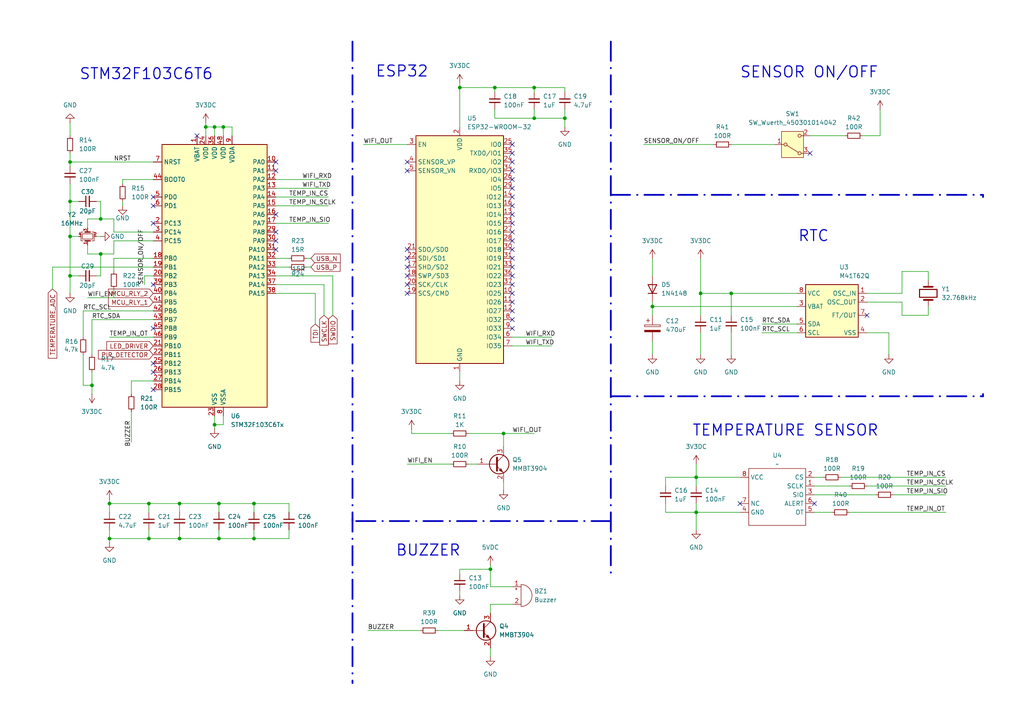
<source format=kicad_sch>
(kicad_sch (version 20250114) (generator "eeschema") (generator_version "9.0")
  (paper "A4")
  (title_block (title "Microcontroller") (date "2025-03-26") (comment 3 "Yusuf Karabocek") (comment 4 "Designed by"))
  (lib_symbols
    (symbol "Device:Buzzer" (pin_names (offset 0.0254) (hide yes))
      (property "Reference" "BZ" (at 3.81 1.27 0))
      (property "Value" "Buzzer" (at 3.81 -1.27 0))
      (symbol "Buzzer_0_1"
        (polyline (pts (xy -1.651 1.905) (xy -1.143 1.905)))
        (polyline (pts (xy -1.397 2.159) (xy -1.397 1.651)))
        (arc (start 0 3.175) (mid 3.1612 0) (end 0 -3.175))
        (polyline (pts (xy 0 3.175) (xy 0 -3.175)))
      )
      (symbol "Buzzer_1_1"
        (pin passive line (at -2.54 2.54 0) (length 2.54) (name "+") (number "1"))
        (pin passive line (at -2.54 -2.54 0) (length 2.54) (name "-") (number "2"))
      )
    )
    (symbol "Device:C_Polarized" (pin_numbers (hide yes)) (pin_names (offset 0.254))
      (property "Reference" "C" (at 0.635 2.54 0))
      (property "Value" "C_Polarized" (at 0.635 -2.54 0))
      (symbol "C_Polarized_0_1"
        (rectangle (start -2.286 0.508) (end 2.286 1.016))
        (polyline (pts (xy -1.778 2.286) (xy -0.762 2.286)))
        (polyline (pts (xy -1.27 2.794) (xy -1.27 1.778)))
        (rectangle (start 2.286 -0.508) (end -2.286 -1.016) (fill (type outline)))
      )
      (symbol "C_Polarized_1_1"
        (pin passive line (at 0 3.81 270) (length 2.794) (name "~") (number "1"))
        (pin passive line (at 0 -3.81 90) (length 2.794) (name "~") (number "2"))
      )
    )
    (symbol "Device:C_Small" (pin_numbers (hide yes)) (pin_names (offset 0.254) (hide yes))
      (property "Reference" "C" (at 0.254 1.778 0))
      (property "Value" "C_Small" (at 0.254 -2.032 0))
      (symbol "C_Small_0_1"
        (polyline (pts (xy -1.524 0.508) (xy 1.524 0.508)) (stroke (width 0.3048)))
        (polyline (pts (xy -1.524 -0.508) (xy 1.524 -0.508)) (stroke (width 0.3302)))
      )
      (symbol "C_Small_1_1"
        (pin passive line (at 0 2.54 270) (length 2.032) (name "~") (number "1"))
        (pin passive line (at 0 -2.54 90) (length 2.032) (name "~") (number "2"))
      )
    )
    (symbol "Device:Crystal" (pin_numbers (hide yes)) (pin_names (offset 1.016) (hide yes))
      (property "Reference" "Y" (at 0 3.81 0))
      (property "Value" "Crystal" (at 0 -3.81 0))
      (symbol "Crystal_0_1"
        (polyline (pts (xy -2.54 0) (xy -1.905 0)))
        (polyline (pts (xy -1.905 -1.27) (xy -1.905 1.27)) (stroke (width 0.508)))
        (rectangle (start -1.143 2.54) (end 1.143 -2.54) (stroke (width 0.3048)))
        (polyline (pts (xy 1.905 -1.27) (xy 1.905 1.27)) (stroke (width 0.508)))
        (polyline (pts (xy 2.54 0) (xy 1.905 0)))
      )
      (symbol "Crystal_1_1"
        (pin passive line (at -3.81 0 0) (length 1.27) (name "1") (number "1"))
        (pin passive line (at 3.81 0 180) (length 1.27) (name "2") (number "2"))
      )
    )
    (symbol "Device:Crystal_GND24_Small" (pin_names (offset 1.016) (hide yes))
      (property "Reference" "Y" (at 1.27 4.445 0))
      (property "Value" "Crystal_GND24_Small" (at 1.27 2.54 0))
      (symbol "Crystal_GND24_Small_0_1"
        (polyline (pts (xy -1.27 1.27) (xy -1.27 1.905) (xy 1.27 1.905) (xy 1.27 1.27)))
        (polyline (pts (xy -1.27 -0.762) (xy -1.27 0.762)) (stroke (width 0.381)))
        (polyline (pts (xy -1.27 -1.27) (xy -1.27 -1.905) (xy 1.27 -1.905) (xy 1.27 -1.27)))
        (rectangle (start -0.762 -1.524) (end 0.762 1.524))
        (polyline (pts (xy 1.27 -0.762) (xy 1.27 0.762)) (stroke (width 0.381)))
      )
      (symbol "Crystal_GND24_Small_1_1"
        (pin passive line (at -2.54 0 0) (length 1.27) (name "1") (number "1"))
        (pin passive line (at 0 2.54 270) (length 0.635) (name "4") (number "4"))
        (pin passive line (at 0 -2.54 90) (length 0.635) (name "2") (number "2"))
        (pin passive line (at 2.54 0 180) (length 1.27) (name "3") (number "3"))
      )
    )
    (symbol "Device:R_Small" (pin_numbers (hide yes)) (pin_names (offset 0.254) (hide yes))
      (property "Reference" "R" (at 0.762 0.508 0))
      (property "Value" "R_Small" (at 0.762 -1.016 0))
      (symbol "R_Small_0_1"
        (rectangle (start -0.762 1.778) (end 0.762 -1.778) (stroke (width 0.2032)))
      )
      (symbol "R_Small_1_1"
        (pin passive line (at 0 2.54 270) (length 0.762) (name "~") (number "1"))
        (pin passive line (at 0 -2.54 90) (length 0.762) (name "~") (number "2"))
      )
    )
    (symbol "Diode:1N4148" (pin_numbers (hide yes)) (pin_names (hide yes))
      (property "Reference" "D" (at 0 2.54 0))
      (property "Value" "1N4148" (at 0 -2.54 0))
      (symbol "1N4148_0_1"
        (polyline (pts (xy -1.27 1.27) (xy -1.27 -1.27)) (stroke (width 0.254)))
        (polyline (pts (xy 1.27 1.27) (xy 1.27 -1.27) (xy -1.27 0) (xy 1.27 1.27)) (stroke (width 0.254)))
        (polyline (pts (xy 1.27 0) (xy -1.27 0)))
      )
      (symbol "1N4148_1_1"
        (pin passive line (at -3.81 0 0) (length 2.54) (name "K") (number "1"))
        (pin passive line (at 3.81 0 180) (length 2.54) (name "A") (number "2"))
      )
    )
    (symbol "MCU_ST_STM32F1:STM32F103C6Tx"
      (property "Reference" "U" (at -15.24 39.37 0))
      (property "Value" "STM32F103C6Tx" (at 7.62 39.37 0))
      (symbol "STM32F103C6Tx_0_1"
        (rectangle (start -15.24 -38.1) (end 15.24 38.1) (stroke (width 0.254)) (fill (type background)))
      )
      (symbol "STM32F103C6Tx_1_1"
        (pin input line (at -17.78 33.02 0) (length 2.54) (name "NRST") (number "7"))
        (pin input line (at -17.78 27.94 0) (length 2.54) (name "BOOT0") (number "44"))
        (pin bidirectional line (at -17.78 22.86 0) (length 2.54) (name "PD0") (number "5"))
        (pin bidirectional line (at -17.78 20.32 0) (length 2.54) (name "PD1") (number "6"))
        (pin bidirectional line (at -17.78 15.24 0) (length 2.54) (name "PC13") (number "2"))
        (pin bidirectional line (at -17.78 12.7 0) (length 2.54) (name "PC14") (number "3"))
        (pin bidirectional line (at -17.78 10.16 0) (length 2.54) (name "PC15") (number "4"))
        (pin bidirectional line (at -17.78 5.08 0) (length 2.54) (name "PB0") (number "18"))
        (pin bidirectional line (at -17.78 2.54 0) (length 2.54) (name "PB1") (number "19"))
        (pin bidirectional line (at -17.78 0 0) (length 2.54) (name "PB2") (number "20"))
        (pin bidirectional line (at -17.78 -2.54 0) (length 2.54) (name "PB3") (number "39"))
        (pin bidirectional line (at -17.78 -5.08 0) (length 2.54) (name "PB4") (number "40"))
        (pin bidirectional line (at -17.78 -7.62 0) (length 2.54) (name "PB5") (number "41"))
        (pin bidirectional line (at -17.78 -10.16 0) (length 2.54) (name "PB6") (number "42"))
        (pin bidirectional line (at -17.78 -12.7 0) (length 2.54) (name "PB7") (number "43"))
        (pin bidirectional line (at -17.78 -15.24 0) (length 2.54) (name "PB8") (number "45"))
        (pin bidirectional line (at -17.78 -17.78 0) (length 2.54) (name "PB9") (number "46"))
        (pin bidirectional line (at -17.78 -20.32 0) (length 2.54) (name "PB10") (number "21"))
        (pin bidirectional line (at -17.78 -22.86 0) (length 2.54) (name "PB11") (number "22"))
        (pin bidirectional line (at -17.78 -25.4 0) (length 2.54) (name "PB12") (number "25"))
        (pin bidirectional line (at -17.78 -27.94 0) (length 2.54) (name "PB13") (number "26"))
        (pin bidirectional line (at -17.78 -30.48 0) (length 2.54) (name "PB14") (number "27"))
        (pin bidirectional line (at -17.78 -33.02 0) (length 2.54) (name "PB15") (number "28"))
        (pin power_in line (at -5.08 40.64 270) (length 2.54) (name "VBAT") (number "1"))
        (pin power_in line (at -2.54 40.64 270) (length 2.54) (name "VDD") (number "24"))
        (pin power_in line (at 0 40.64 270) (length 2.54) (name "VDD") (number "36"))
        (pin power_in line (at 0 -40.64 90) (length 2.54) (name "VSS") (number "23"))
        (pin passive line (at 0 -40.64 90) (length 2.54) (hide yes) (name "VSS") (number "35"))
        (pin passive line (at 0 -40.64 90) (length 2.54) (hide yes) (name "VSS") (number "47"))
        (pin power_in line (at 2.54 40.64 270) (length 2.54) (name "VDD") (number "48"))
        (pin power_in line (at 2.54 -40.64 90) (length 2.54) (name "VSSA") (number "8"))
        (pin power_in line (at 5.08 40.64 270) (length 2.54) (name "VDDA") (number "9"))
        (pin bidirectional line (at 17.78 33.02 180) (length 2.54) (name "PA0") (number "10"))
        (pin bidirectional line (at 17.78 30.48 180) (length 2.54) (name "PA1") (number "11"))
        (pin bidirectional line (at 17.78 27.94 180) (length 2.54) (name "PA2") (number "12"))
        (pin bidirectional line (at 17.78 25.4 180) (length 2.54) (name "PA3") (number "13"))
        (pin bidirectional line (at 17.78 22.86 180) (length 2.54) (name "PA4") (number "14"))
        (pin bidirectional line (at 17.78 20.32 180) (length 2.54) (name "PA5") (number "15"))
        (pin bidirectional line (at 17.78 17.78 180) (length 2.54) (name "PA6") (number "16"))
        (pin bidirectional line (at 17.78 15.24 180) (length 2.54) (name "PA7") (number "17"))
        (pin bidirectional line (at 17.78 12.7 180) (length 2.54) (name "PA8") (number "29"))
        (pin bidirectional line (at 17.78 10.16 180) (length 2.54) (name "PA9") (number "30"))
        (pin bidirectional line (at 17.78 7.62 180) (length 2.54) (name "PA10") (number "31"))
        (pin bidirectional line (at 17.78 5.08 180) (length 2.54) (name "PA11") (number "32"))
        (pin bidirectional line (at 17.78 2.54 180) (length 2.54) (name "PA12") (number "33"))
        (pin bidirectional line (at 17.78 0 180) (length 2.54) (name "PA13") (number "34"))
        (pin bidirectional line (at 17.78 -2.54 180) (length 2.54) (name "PA14") (number "37"))
        (pin bidirectional line (at 17.78 -5.08 180) (length 2.54) (name "PA15") (number "38"))
      )
    )
    (symbol "My_Library:MAX6662"
      (property "Reference" "U?" (at 1.524 1.778 0))
      (symbol "MAX6662_0_1"
        (rectangle (start 0 0) (end 16.51 -16.51))
      )
      (symbol "MAX6662_1_1"
        (pin passive line (at -2.54 -2.54 0) (length 2.54) (name "VCC") (number "8"))
        (pin passive line (at -2.54 -10.16 0) (length 2.54) (name "NC") (number "7"))
        (pin passive line (at -2.54 -12.7 0) (length 2.54) (name "GND") (number "4"))
        (pin passive line (at 19.05 -2.54 180) (length 2.54) (name "CS") (number "2"))
        (pin passive line (at 19.05 -5.08 180) (length 2.54) (name "SCLK") (number "1"))
        (pin passive line (at 19.05 -7.62 180) (length 2.54) (name "SIO") (number "3"))
        (pin passive line (at 19.05 -10.16 180) (length 2.54) (name "ALERT") (number "6"))
        (pin passive line (at 19.05 -12.7 180) (length 2.54) (name "OT") (number "5"))
      )
    )
    (symbol "RF_Module:ESP32-WROOM-32"
      (property "Reference" "U" (at -12.7 34.29 0))
      (property "Value" "ESP32-WROOM-32" (at 1.27 34.29 0))
      (symbol "ESP32-WROOM-32_0_1"
        (rectangle (start -12.7 33.02) (end 12.7 -33.02) (stroke (width 0.254)) (fill (type background)))
      )
      (symbol "ESP32-WROOM-32_1_1"
        (pin input line (at -15.24 30.48 0) (length 2.54) (name "EN") (number "3"))
        (pin input line (at -15.24 25.4 0) (length 2.54) (name "SENSOR_VP") (number "4"))
        (pin input line (at -15.24 22.86 0) (length 2.54) (name "SENSOR_VN") (number "5"))
        (pin bidirectional line (at -15.24 0 0) (length 2.54) (name "SDO/SD0") (number "21"))
        (pin bidirectional line (at -15.24 -2.54 0) (length 2.54) (name "SDI/SD1") (number "22"))
        (pin bidirectional line (at -15.24 -5.08 0) (length 2.54) (name "SHD/SD2") (number "17"))
        (pin bidirectional line (at -15.24 -7.62 0) (length 2.54) (name "SWP/SD3") (number "18"))
        (pin bidirectional line (at -15.24 -10.16 0) (length 2.54) (name "SCK/CLK") (number "20"))
        (pin bidirectional line (at -15.24 -12.7 0) (length 2.54) (name "SCS/CMD") (number "19"))
        (pin no_connect line (at -12.7 -27.94 0) (length 2.54) (hide yes) (name "NC") (number "32"))
        (pin power_in line (at 0 35.56 270) (length 2.54) (name "VDD") (number "2"))
        (pin power_in line (at 0 -35.56 90) (length 2.54) (name "GND") (number "1"))
        (pin passive line (at 0 -35.56 90) (length 2.54) (hide yes) (name "GND") (number "15"))
        (pin passive line (at 0 -35.56 90) (length 2.54) (hide yes) (name "GND") (number "38"))
        (pin passive line (at 0 -35.56 90) (length 2.54) (hide yes) (name "GND") (number "39"))
        (pin bidirectional line (at 15.24 30.48 180) (length 2.54) (name "IO0") (number "25"))
        (pin bidirectional line (at 15.24 27.94 180) (length 2.54) (name "TXD0/IO1") (number "35"))
        (pin bidirectional line (at 15.24 25.4 180) (length 2.54) (name "IO2") (number "24"))
        (pin bidirectional line (at 15.24 22.86 180) (length 2.54) (name "RXD0/IO3") (number "34"))
        (pin bidirectional line (at 15.24 20.32 180) (length 2.54) (name "IO4") (number "26"))
        (pin bidirectional line (at 15.24 17.78 180) (length 2.54) (name "IO5") (number "29"))
        (pin bidirectional line (at 15.24 15.24 180) (length 2.54) (name "IO12") (number "14"))
        (pin bidirectional line (at 15.24 12.7 180) (length 2.54) (name "IO13") (number "16"))
        (pin bidirectional line (at 15.24 10.16 180) (length 2.54) (name "IO14") (number "13"))
        (pin bidirectional line (at 15.24 7.62 180) (length 2.54) (name "IO15") (number "23"))
        (pin bidirectional line (at 15.24 5.08 180) (length 2.54) (name "IO16") (number "27"))
        (pin bidirectional line (at 15.24 2.54 180) (length 2.54) (name "IO17") (number "28"))
        (pin bidirectional line (at 15.24 0 180) (length 2.54) (name "IO18") (number "30"))
        (pin bidirectional line (at 15.24 -2.54 180) (length 2.54) (name "IO19") (number "31"))
        (pin bidirectional line (at 15.24 -5.08 180) (length 2.54) (name "IO21") (number "33"))
        (pin bidirectional line (at 15.24 -7.62 180) (length 2.54) (name "IO22") (number "36"))
        (pin bidirectional line (at 15.24 -10.16 180) (length 2.54) (name "IO23") (number "37"))
        (pin bidirectional line (at 15.24 -12.7 180) (length 2.54) (name "IO25") (number "10"))
        (pin bidirectional line (at 15.24 -15.24 180) (length 2.54) (name "IO26") (number "11"))
        (pin bidirectional line (at 15.24 -17.78 180) (length 2.54) (name "IO27") (number "12"))
        (pin bidirectional line (at 15.24 -20.32 180) (length 2.54) (name "IO32") (number "8"))
        (pin bidirectional line (at 15.24 -22.86 180) (length 2.54) (name "IO33") (number "9"))
        (pin input line (at 15.24 -25.4 180) (length 2.54) (name "IO34") (number "6"))
        (pin input line (at 15.24 -27.94 180) (length 2.54) (name "IO35") (number "7"))
      )
    )
    (symbol "Switch:SW_Wuerth_450301014042" (pin_names (offset 1) (hide yes))
      (property "Reference" "SW" (at 0 5.08 0))
      (property "Value" "SW_Wuerth_450301014042" (at 0 -5.08 0))
      (symbol "SW_Wuerth_450301014042_0_1"
        (circle (center -2.032 0) (radius 0.4572))
        (polyline (pts (xy -1.651 0.254) (xy 1.651 2.286)))
        (circle (center 2.032 2.54) (radius 0.4572))
        (circle (center 2.032 -2.54) (radius 0.4572))
      )
      (symbol "SW_Wuerth_450301014042_1_1"
        (rectangle (start -3.175 3.81) (end 3.175 -3.81) (fill (type background)))
        (pin passive line (at -5.08 0 0) (length 2.54) (name "B") (number "1"))
        (pin passive line (at 5.08 2.54 180) (length 2.54) (name "A") (number "3"))
        (pin passive line (at 5.08 -2.54 180) (length 2.54) (name "C") (number "2"))
      )
    )
    (symbol "Timer_RTC:M41T62Q"
      (property "Reference" "U3" (at 2.1433 12.7 0))
      (property "Value" "M41T62Q" (at 2.1433 10.16 0))
      (symbol "M41T62Q_0_1"
        (rectangle (start -7.62 7.62) (end 7.62 -7.62) (stroke (width 0.254)) (fill (type background)))
      )
      (symbol "M41T62Q_1_1"
        (pin power_in line (at -10.16 5.08 0) (length 2.54) (name "VCC") (number "8"))
        (pin power_in line (at -10.16 1.27 0) (length 2.54) (name "VBAT") (number "3"))
        (pin bidirectional line (at -10.16 -3.81 0) (length 2.54) (name "SDA") (number "5"))
        (pin input line (at -10.16 -6.35 0) (length 2.54) (name "SCL") (number "6"))
        (pin output line (at 10.16 5.08 180) (length 2.54) (name "OSC_IN") (number "1"))
        (pin output line (at 10.16 2.54 180) (length 2.54) (name "OSC_OUT") (number "2"))
        (pin power_in line (at 10.16 -1.27 180) (length 2.54) (name "FT/OUT") (number "7"))
        (pin power_in line (at 10.16 -6.35 180) (length 2.54) (name "VSS") (number "4"))
      )
    )
    (symbol "Transistor_BJT:MMBT3904" (pin_names (offset 0) (hide yes))
      (property "Reference" "Q" (at 5.08 1.905 0))
      (property "Value" "MMBT3904" (at 5.08 0 0))
      (symbol "MMBT3904_0_1"
        (polyline (pts (xy -2.54 0) (xy 0.635 0)))
        (polyline (pts (xy 0.635 1.905) (xy 0.635 -1.905)) (stroke (width 0.508)))
        (circle (center 1.27 0) (radius 2.8194) (stroke (width 0.254)))
      )
      (symbol "MMBT3904_1_1"
        (polyline (pts (xy 0.635 0.635) (xy 2.54 2.54)))
        (polyline (pts (xy 0.635 -0.635) (xy 2.54 -2.54)))
        (polyline (pts (xy 1.27 -1.778) (xy 1.778 -1.27) (xy 2.286 -2.286) (xy 1.27 -1.778)) (fill (type outline)))
        (pin input line (at -5.08 0 0) (length 2.54) (name "B") (number "1"))
        (pin passive line (at 2.54 5.08 270) (length 2.54) (name "C") (number "3"))
        (pin passive line (at 2.54 -5.08 90) (length 2.54) (name "E") (number "2"))
      )
    )
    (symbol "power:GND" (power) (pin_numbers (hide yes)) (pin_names (offset 0) (hide yes))
      (property "Value" "GND" (at 0 -3.81 0))
      (symbol "GND_0_1"
        (polyline (pts (xy 0 0) (xy 0 -1.27) (xy 1.27 -1.27) (xy 0 -2.54) (xy -1.27 -1.27) (xy 0 -1.27)))
      )
      (symbol "GND_1_1"
        (pin power_in line (at 0 0 270) (length 0) (name "~") (number "1"))
      )
    )
    (symbol "power:VCC" (power) (pin_numbers (hide yes)) (pin_names (offset 0) (hide yes))
      (property "Value" "VCC" (at 0 3.556 0))
      (symbol "VCC_0_1"
        (polyline (pts (xy -0.762 1.27) (xy 0 2.54)))
        (polyline (pts (xy 0 2.54) (xy 0.762 1.27)))
        (polyline (pts (xy 0 0) (xy 0 2.54)))
      )
      (symbol "VCC_1_1"
        (pin power_in line (at 0 0 90) (length 0) (name "~") (number "1"))
      )
    )
  )
  (text "STM32F103C6T6\n" (at 42.418 21.59 0) (effects (font (size 3.175 3.175) (thickness 0.3175))))
  (text "SENSOR ON/OFF\n" (at 234.696 21.082 0) (effects (font (size 3.175 3.175) (thickness 0.3175))))
  (text "ESP32\n" (at 116.586 20.828 0) (effects (font (size 3.175 3.175) (thickness 0.3175))))
  (text "BUZZER" (at 124.206 159.766 0) (effects (font (size 3.175 3.175) (thickness 0.3175))))
  (text "TEMPERATURE SENSOR\n" (at 227.838 124.968 0) (effects (font (size 3.175 3.175) (thickness 0.3175))))
  (text "RTC\n" (at 235.966 68.58 0) (effects (font (size 3.175 3.175) (thickness 0.3175))))
  (junction (at 31.75 156.21))
  (junction (at 62.23 36.83))
  (junction (at 163.83 34.29))
  (junction (at 43.18 146.05))
  (junction (at 31.75 146.05))
  (junction (at 43.18 156.21))
  (junction (at 201.93 148.59))
  (junction (at 20.32 68.58))
  (junction (at 201.93 138.43))
  (junction (at 154.94 34.29))
  (junction (at 20.32 46.99))
  (junction (at 154.94 25.4))
  (junction (at 73.66 156.21))
  (junction (at 20.32 80.01))
  (junction (at 52.07 146.05))
  (junction (at 59.69 36.83))
  (junction (at 133.35 25.4))
  (junction (at 63.5 146.05))
  (junction (at 62.23 123.19))
  (junction (at 29.21 63.5))
  (junction (at 52.07 156.21))
  (junction (at 73.66 146.05))
  (junction (at 146.05 125.73))
  (junction (at 29.21 73.66))
  (junction (at 142.24 165.1))
  (junction (at 203.2 85.09))
  (junction (at 143.51 25.4))
  (junction (at 20.32 58.42))
  (junction (at 26.67 111.76))
  (junction (at 63.5 156.21))
  (junction (at 212.09 85.09))
  (junction (at 64.77 36.83))
  (junction (at 189.23 88.9))
  (no_connect (at 148.59 41.91))
  (no_connect (at 148.59 77.47))
  (no_connect (at 80.01 69.85))
  (no_connect (at 148.59 46.99))
  (no_connect (at 44.45 59.69))
  (no_connect (at 80.01 46.99))
  (no_connect (at 148.59 82.55))
  (no_connect (at 44.45 64.77))
  (no_connect (at 148.59 54.61))
  (no_connect (at 236.22 146.05))
  (no_connect (at 118.11 77.47))
  (no_connect (at 148.59 85.09))
  (no_connect (at 148.59 87.63))
  (no_connect (at 44.45 113.03))
  (no_connect (at 251.46 91.44))
  (no_connect (at 80.01 67.31))
  (no_connect (at 44.45 82.55))
  (no_connect (at 148.59 69.85))
  (no_connect (at 44.45 107.95))
  (no_connect (at 148.59 44.45))
  (no_connect (at 118.11 74.93))
  (no_connect (at 118.11 49.53))
  (no_connect (at 234.95 44.45))
  (no_connect (at 148.59 67.31))
  (no_connect (at 118.11 72.39))
  (no_connect (at 80.01 72.39))
  (no_connect (at 148.59 62.23))
  (no_connect (at 118.11 85.09))
  (no_connect (at 44.45 95.25))
  (no_connect (at 148.59 95.25))
  (no_connect (at 148.59 92.71))
  (no_connect (at 118.11 82.55))
  (no_connect (at 148.59 90.17))
  (no_connect (at 57.15 39.37))
  (no_connect (at 44.45 105.41))
  (no_connect (at 214.63 146.05))
  (no_connect (at 44.45 57.15))
  (no_connect (at 148.59 57.15))
  (no_connect (at 80.01 49.53))
  (no_connect (at 148.59 74.93))
  (no_connect (at 148.59 59.69))
  (no_connect (at 148.59 52.07))
  (no_connect (at 148.59 80.01))
  (no_connect (at 118.11 46.99))
  (no_connect (at 148.59 49.53))
  (no_connect (at 80.01 62.23))
  (no_connect (at 118.11 80.01))
  (no_connect (at 148.59 72.39))
  (no_connect (at 148.59 64.77))
  (wire (pts (xy 127 182.88) (xy 134.62 182.88)))
  (wire (pts (xy 33.02 73.66) (xy 29.21 73.66)))
  (wire (pts (xy 189.23 99.06) (xy 189.23 102.87)))
  (wire (pts (xy 24.13 90.17) (xy 44.45 90.17)))
  (wire (pts (xy 64.77 36.83) (xy 62.23 36.83)))
  (wire (pts (xy 119.38 125.73) (xy 119.38 124.46)))
  (wire (pts (xy 220.98 96.52) (xy 231.14 96.52)))
  (wire (pts (xy 80.01 54.61) (xy 95.25 54.61)))
  (wire (pts (xy 20.32 58.42) (xy 20.32 68.58)))
  (wire (pts (xy 44.45 80.01) (xy 41.91 80.01)))
  (wire (pts (xy 121.92 182.88) (xy 106.68 182.88)))
  (wire (pts (xy 22.86 68.58) (xy 20.32 68.58)))
  (wire (pts (xy 62.23 123.19) (xy 62.23 124.46)))
  (wire (pts (xy 38.1 119.38) (xy 38.1 128.27)))
  (wire (pts (xy 90.17 77.47) (xy 88.9 77.47)))
  (wire (pts (xy 203.2 74.93) (xy 203.2 85.09)))
  (wire (pts (xy 80.01 57.15) (xy 95.25 57.15)))
  (wire (pts (xy 25.4 86.36) (xy 33.02 86.36)))
  (wire (pts (xy 201.93 138.43) (xy 201.93 140.97)))
  (wire (pts (xy 135.89 125.73) (xy 146.05 125.73)))
  (wire (pts (xy 148.59 97.79) (xy 160.02 97.79)))
  (wire (pts (xy 236.22 138.43) (xy 238.76 138.43)))
  (wire (pts (xy 24.13 97.79) (xy 24.13 90.17)))
  (wire (pts (xy 212.09 85.09) (xy 231.14 85.09)))
  (wire (pts (xy 29.21 68.58) (xy 27.94 68.58)))
  (wire (pts (xy 259.08 143.51) (xy 274.32 143.51)))
  (wire (pts (xy 105.41 41.91) (xy 118.11 41.91)))
  (wire (pts (xy 163.83 26.67) (xy 163.83 25.4)))
  (polyline (pts (xy 102.235 12.065) (xy 102.235 198.12)) (stroke (width 0.508) (type dash_dot)))
  (wire (pts (xy 269.24 91.44) (xy 261.62 91.44)))
  (wire (pts (xy 154.94 26.67) (xy 154.94 25.4)))
  (wire (pts (xy 35.56 52.07) (xy 35.56 53.34)))
  (wire (pts (xy 80.01 74.93) (xy 83.82 74.93)))
  (wire (pts (xy 243.84 138.43) (xy 274.32 138.43)))
  (wire (pts (xy 146.05 125.73) (xy 146.05 129.54)))
  (wire (pts (xy 163.83 34.29) (xy 163.83 31.75)))
  (wire (pts (xy 255.27 31.75) (xy 255.27 39.37)))
  (wire (pts (xy 33.02 83.82) (xy 33.02 86.36)))
  (wire (pts (xy 20.32 68.58) (xy 20.32 80.01)))
  (wire (pts (xy 146.05 142.24) (xy 146.05 139.7)))
  (wire (pts (xy 146.05 125.73) (xy 154.94 125.73)))
  (wire (pts (xy 29.21 58.42) (xy 29.21 63.5)))
  (wire (pts (xy 52.07 148.59) (xy 52.07 146.05)))
  (wire (pts (xy 189.23 87.63) (xy 189.23 88.9)))
  (wire (pts (xy 135.89 134.62) (xy 138.43 134.62)))
  (wire (pts (xy 43.18 148.59) (xy 43.18 146.05)))
  (wire (pts (xy 44.45 69.85) (xy 33.02 69.85)))
  (wire (pts (xy 133.35 172.72) (xy 133.35 171.45)))
  (wire (pts (xy 31.75 153.67) (xy 31.75 156.21)))
  (wire (pts (xy 63.5 153.67) (xy 63.5 156.21)))
  (wire (pts (xy 25.4 63.5) (xy 25.4 66.04)))
  (wire (pts (xy 52.07 153.67) (xy 52.07 156.21)))
  (wire (pts (xy 73.66 146.05) (xy 63.5 146.05)))
  (wire (pts (xy 43.18 156.21) (xy 31.75 156.21)))
  (wire (pts (xy 52.07 156.21) (xy 43.18 156.21)))
  (wire (pts (xy 234.95 39.37) (xy 245.11 39.37)))
  (wire (pts (xy 26.67 111.76) (xy 26.67 114.3)))
  (wire (pts (xy 269.24 78.74) (xy 269.24 81.28)))
  (wire (pts (xy 220.98 93.98) (xy 231.14 93.98)))
  (wire (pts (xy 118.11 134.62) (xy 130.81 134.62)))
  (wire (pts (xy 35.56 59.69) (xy 35.56 58.42)))
  (polyline (pts (xy 102.235 151.13) (xy 102.235 150.495)) (stroke (width 0.508) (type dash_dot)))
  (wire (pts (xy 43.18 153.67) (xy 43.18 156.21)))
  (wire (pts (xy 133.35 166.37) (xy 133.35 165.1)))
  (wire (pts (xy 73.66 156.21) (xy 63.5 156.21)))
  (wire (pts (xy 261.62 87.63) (xy 251.46 87.63)))
  (wire (pts (xy 22.86 80.01) (xy 20.32 80.01)))
  (wire (pts (xy 64.77 120.65) (xy 64.77 123.19)))
  (wire (pts (xy 26.67 107.95) (xy 26.67 111.76)))
  (wire (pts (xy 80.01 85.09) (xy 91.44 85.09)))
  (wire (pts (xy 64.77 39.37) (xy 64.77 36.83)))
  (wire (pts (xy 148.59 170.18) (xy 142.24 170.18)))
  (wire (pts (xy 83.82 153.67) (xy 83.82 156.21)))
  (wire (pts (xy 255.27 39.37) (xy 250.19 39.37)))
  (wire (pts (xy 186.69 41.91) (xy 207.01 41.91)))
  (wire (pts (xy 212.09 85.09) (xy 212.09 91.44)))
  (wire (pts (xy 163.83 25.4) (xy 154.94 25.4)))
  (wire (pts (xy 44.45 46.99) (xy 20.32 46.99)))
  (wire (pts (xy 261.62 91.44) (xy 261.62 87.63)))
  (wire (pts (xy 261.62 78.74) (xy 269.24 78.74)))
  (wire (pts (xy 62.23 120.65) (xy 62.23 123.19)))
  (wire (pts (xy 22.86 58.42) (xy 20.32 58.42)))
  (wire (pts (xy 63.5 148.59) (xy 63.5 146.05)))
  (wire (pts (xy 15.24 83.82) (xy 15.24 77.47)))
  (wire (pts (xy 193.04 146.05) (xy 193.04 148.59)))
  (wire (pts (xy 83.82 146.05) (xy 73.66 146.05)))
  (wire (pts (xy 29.21 63.5) (xy 25.4 63.5)))
  (wire (pts (xy 29.21 73.66) (xy 25.4 73.66)))
  (wire (pts (xy 20.32 53.34) (xy 20.32 58.42)))
  (wire (pts (xy 201.93 134.62) (xy 201.93 138.43)))
  (wire (pts (xy 236.22 143.51) (xy 254 143.51)))
  (wire (pts (xy 203.2 102.87) (xy 203.2 96.52)))
  (wire (pts (xy 26.67 92.71) (xy 44.45 92.71)))
  (wire (pts (xy 24.13 102.87) (xy 24.13 111.76)))
  (wire (pts (xy 73.66 153.67) (xy 73.66 156.21)))
  (wire (pts (xy 31.75 146.05) (xy 31.75 148.59)))
  (polyline (pts (xy 177.165 151.13) (xy 102.235 151.13)) (stroke (width 0.508) (type dash_dot)))
  (wire (pts (xy 93.98 82.55) (xy 93.98 91.44)))
  (wire (pts (xy 38.1 110.49) (xy 38.1 114.3)))
  (wire (pts (xy 64.77 123.19) (xy 62.23 123.19)))
  (wire (pts (xy 201.93 138.43) (xy 214.63 138.43)))
  (wire (pts (xy 83.82 148.59) (xy 83.82 146.05)))
  (polyline (pts (xy 285.115 114.3) (xy 285.115 114.935)) (stroke (width 0.508) (type dash_dot)))
  (wire (pts (xy 212.09 41.91) (xy 224.79 41.91)))
  (wire (pts (xy 80.01 59.69) (xy 95.25 59.69)))
  (wire (pts (xy 63.5 156.21) (xy 52.07 156.21)))
  (wire (pts (xy 44.45 74.93) (xy 33.02 74.93)))
  (wire (pts (xy 148.59 175.26) (xy 142.24 175.26)))
  (wire (pts (xy 212.09 96.52) (xy 212.09 102.87)))
  (wire (pts (xy 35.56 52.07) (xy 44.45 52.07)))
  (wire (pts (xy 90.17 74.93) (xy 88.9 74.93)))
  (wire (pts (xy 44.45 67.31) (xy 33.02 67.31)))
  (wire (pts (xy 96.52 80.01) (xy 96.52 91.44)))
  (polyline (pts (xy 177.165 114.935) (xy 285.115 114.935)) (stroke (width 0.508) (type dash_dot)))
  (wire (pts (xy 251.46 96.52) (xy 257.81 96.52)))
  (wire (pts (xy 142.24 187.96) (xy 142.24 190.5)))
  (wire (pts (xy 142.24 165.1) (xy 142.24 170.18)))
  (wire (pts (xy 251.46 140.97) (xy 274.32 140.97)))
  (wire (pts (xy 31.75 156.21) (xy 31.75 157.48)))
  (wire (pts (xy 80.01 77.47) (xy 83.82 77.47)))
  (wire (pts (xy 246.38 148.59) (xy 274.32 148.59)))
  (wire (pts (xy 29.21 80.01) (xy 29.21 73.66)))
  (wire (pts (xy 20.32 80.01) (xy 20.32 85.09)))
  (wire (pts (xy 91.44 85.09) (xy 91.44 93.98)))
  (wire (pts (xy 80.01 82.55) (xy 93.98 82.55)))
  (wire (pts (xy 189.23 74.93) (xy 189.23 80.01)))
  (wire (pts (xy 33.02 63.5) (xy 29.21 63.5)))
  (wire (pts (xy 52.07 146.05) (xy 43.18 146.05)))
  (wire (pts (xy 80.01 80.01) (xy 96.52 80.01)))
  (wire (pts (xy 193.04 138.43) (xy 201.93 138.43)))
  (wire (pts (xy 83.82 156.21) (xy 73.66 156.21)))
  (wire (pts (xy 257.81 96.52) (xy 257.81 102.87)))
  (wire (pts (xy 193.04 148.59) (xy 201.93 148.59)))
  (polyline (pts (xy 177.165 56.515) (xy 285.115 56.515)) (stroke (width 0.508) (type dash_dot)))
  (wire (pts (xy 201.93 148.59) (xy 201.93 153.67)))
  (wire (pts (xy 59.69 36.83) (xy 59.69 39.37)))
  (wire (pts (xy 41.91 80.01) (xy 41.91 82.55)))
  (wire (pts (xy 154.94 31.75) (xy 154.94 34.29)))
  (wire (pts (xy 80.01 52.07) (xy 95.25 52.07)))
  (wire (pts (xy 33.02 67.31) (xy 33.02 63.5)))
  (wire (pts (xy 119.38 125.73) (xy 130.81 125.73)))
  (wire (pts (xy 251.46 85.09) (xy 261.62 85.09)))
  (wire (pts (xy 189.23 88.9) (xy 189.23 91.44)))
  (wire (pts (xy 133.35 25.4) (xy 133.35 36.83)))
  (wire (pts (xy 24.13 111.76) (xy 26.67 111.76)))
  (wire (pts (xy 44.45 110.49) (xy 38.1 110.49)))
  (wire (pts (xy 31.75 144.78) (xy 31.75 146.05)))
  (wire (pts (xy 236.22 148.59) (xy 241.3 148.59)))
  (wire (pts (xy 80.01 64.77) (xy 95.25 64.77)))
  (wire (pts (xy 261.62 85.09) (xy 261.62 78.74)))
  (wire (pts (xy 27.94 80.01) (xy 29.21 80.01)))
  (wire (pts (xy 25.4 73.66) (xy 25.4 71.12)))
  (wire (pts (xy 142.24 175.26) (xy 142.24 177.8)))
  (polyline (pts (xy 285.115 56.515) (xy 285.115 57.15)) (stroke (width 0.508) (type dash_dot)))
  (wire (pts (xy 143.51 25.4) (xy 133.35 25.4)))
  (wire (pts (xy 214.63 148.59) (xy 201.93 148.59)))
  (wire (pts (xy 31.75 97.79) (xy 44.45 97.79)))
  (polyline (pts (xy 177.165 12.065) (xy 177.165 166.37)) (stroke (width 0.508) (type dash_dot)))
  (wire (pts (xy 193.04 140.97) (xy 193.04 138.43)))
  (wire (pts (xy 154.94 34.29) (xy 163.83 34.29)))
  (wire (pts (xy 133.35 24.13) (xy 133.35 25.4)))
  (wire (pts (xy 189.23 88.9) (xy 231.14 88.9)))
  (wire (pts (xy 73.66 148.59) (xy 73.66 146.05)))
  (wire (pts (xy 143.51 31.75) (xy 143.51 34.29)))
  (wire (pts (xy 236.22 140.97) (xy 246.38 140.97)))
  (wire (pts (xy 163.83 36.83) (xy 163.83 34.29)))
  (wire (pts (xy 143.51 34.29) (xy 154.94 34.29)))
  (wire (pts (xy 20.32 46.99) (xy 20.32 48.26)))
  (wire (pts (xy 59.69 35.56) (xy 59.69 36.83)))
  (wire (pts (xy 62.23 39.37) (xy 62.23 36.83)))
  (wire (pts (xy 20.32 44.45) (xy 20.32 46.99)))
  (wire (pts (xy 15.24 77.47) (xy 44.45 77.47)))
  (wire (pts (xy 133.35 165.1) (xy 142.24 165.1)))
  (wire (pts (xy 133.35 110.49) (xy 133.35 107.95)))
  (wire (pts (xy 142.24 163.83) (xy 142.24 165.1)))
  (wire (pts (xy 143.51 26.67) (xy 143.51 25.4)))
  (wire (pts (xy 212.09 85.09) (xy 203.2 85.09)))
  (wire (pts (xy 67.31 39.37) (xy 67.31 36.83)))
  (wire (pts (xy 26.67 102.87) (xy 26.67 92.71)))
  (wire (pts (xy 201.93 146.05) (xy 201.93 148.59)))
  (wire (pts (xy 67.31 36.83) (xy 64.77 36.83)))
  (wire (pts (xy 62.23 36.83) (xy 59.69 36.83)))
  (wire (pts (xy 148.59 100.33) (xy 160.02 100.33)))
  (wire (pts (xy 33.02 69.85) (xy 33.02 73.66)))
  (wire (pts (xy 43.18 146.05) (xy 31.75 146.05)))
  (wire (pts (xy 63.5 146.05) (xy 52.07 146.05)))
  (wire (pts (xy 203.2 85.09) (xy 203.2 91.44)))
  (wire (pts (xy 269.24 88.9) (xy 269.24 91.44)))
  (wire (pts (xy 154.94 25.4) (xy 143.51 25.4)))
  (wire (pts (xy 27.94 58.42) (xy 29.21 58.42)))
  (wire (pts (xy 33.02 74.93) (xy 33.02 78.74)))
  (wire (pts (xy 20.32 35.56) (xy 20.32 39.37)))
  (label "WIFI_EN" (at 118.11 134.62 0))
  (label "RTC_SCL" (at 24.13 90.17 0))
  (label "RTC_SDA" (at 220.98 93.98 0))
  (label "BUZZER" (at 106.68 182.88 0))
  (label "TEMP_IN_OT" (at 262.89 148.59 0))
  (label "WIFI_TXD" (at 87.63 54.61 0))
  (label "TEMP_IN_CS" (at 83.82 57.15 0))
  (label "RTC_SCL" (at 220.98 96.52 0))
  (label "TEMP_IN_SCLK" (at 83.82 59.69 0))
  (label "TEMP_IN_CS" (at 262.89 138.43 0))
  (label "WIFI_RXD" (at 152.4 97.79 0))
  (label "RTC_SDA" (at 26.67 92.71 0))
  (label "WIFI_OUT" (at 105.41 41.91 0))
  (label "TEMP_IN_SCLK" (at 262.89 140.97 0))
  (label "WIFI_OUT" (at 148.59 125.73 0))
  (label "NRST" (at 33.02 46.99 0))
  (label "TEMP_IN_SIO" (at 262.89 143.51 0))
  (label "SENSOR_ON{slash}OFF" (at 41.91 82.55 90))
  (label "BUZZER" (at 38.1 121.92 270))
  (label "WIFI_TXD" (at 152.4 100.33 0))
  (label "TEMP_IN_SIO" (at 83.82 64.77 0))
  (label "TEMP_IN_OT" (at 31.75 97.79 0))
  (label "WIFI_RXD" (at 87.63 52.07 0))
  (label "SENSOR_ON{slash}OFF" (at 186.69 41.91 0))
  (label "WIFI_EN" (at 25.4 86.36 0))
  (global_label "TDI" (shape input) (at 91.44 93.98 270) (property "Intersheetrefs" "${INTERSHEET_REFS}" (effects (hide yes))))
  (global_label "LED_DRIVER" (shape input) (at 44.45 100.33 180) (property "Intersheetrefs" "${INTERSHEET_REFS}" (effects (hide yes))))
  (global_label "PIR_DETECTOR" (shape input) (at 44.45 102.87 180) (property "Intersheetrefs" "${INTERSHEET_REFS}" (effects (hide yes))))
  (global_label "SWCLK" (shape input) (at 93.98 91.44 270) (property "Intersheetrefs" "${INTERSHEET_REFS}" (effects (hide yes))))
  (global_label "SWDIO" (shape input) (at 96.52 91.44 270) (property "Intersheetrefs" "${INTERSHEET_REFS}" (effects (hide yes))))
  (global_label "TEMPERATURE_ADC" (shape input) (at 15.24 83.82 270) (property "Intersheetrefs" "${INTERSHEET_REFS}" (effects (hide yes))))
  (global_label "MCU_RLY_2" (shape input) (at 44.45 85.09 180) (property "Intersheetrefs" "${INTERSHEET_REFS}" (effects (hide yes))))
  (global_label "USB_P" (shape input) (at 90.17 77.47 0) (property "Intersheetrefs" "${INTERSHEET_REFS}" (effects (hide yes))))
  (global_label "MCU_RLY_1" (shape input) (at 44.45 87.63 180) (property "Intersheetrefs" "${INTERSHEET_REFS}" (effects (hide yes))))
  (global_label "USB_N" (shape input) (at 90.17 74.93 0) (property "Intersheetrefs" "${INTERSHEET_REFS}" (effects (hide yes))))
  (symbol (lib_id "power:GND") (at 133.35 110.49 0) (unit 1)
    (property "Reference" "#PWR040" (effects (hide yes)))
    (property "Value" "GND" (at 133.35 115.57 0))
    (property "Description" "Power symbol creates a global label with name \"GND\" , ground" (effects (hide yes)))
  )
  (symbol (lib_id "power:GND") (at 133.35 172.72 0) (unit 1)
    (property "Reference" "#PWR034" (effects (hide yes)))
    (property "Value" "GND" (at 133.35 177.8 0))
    (property "Description" "Power symbol creates a global label with name \"GND\" , ground" (effects (hide yes)))
  )
  (symbol (lib_id "Device:R_Small") (at 86.36 74.93 90) (unit 1)
    (property "Reference" "R23" (at 86.36 69.85 90))
    (property "Value" "15R" (at 86.36 72.39 90))
    (property "Footprint" "Resistor_SMD:R_0603_1608Metric" (effects (hide yes)))
    (property "Description" "Resistor, small symbol" (effects (hide yes)))
  )
  (symbol (lib_id "power:GND") (at 203.2 102.87 0) (unit 1)
    (property "Reference" "#PWR030" (effects (hide yes)))
    (property "Value" "GND" (at 203.2 107.95 0))
    (property "Description" "Power symbol creates a global label with name \"GND\" , ground" (effects (hide yes)))
  )
  (symbol (lib_id "Device:C_Small") (at 193.04 143.51 0) (unit 1)
    (property "Reference" "C16" (at 195.58 142.2462 0) (effects (justify left)))
    (property "Value" "1uF" (at 195.58 144.7862 0) (effects (justify left)))
    (property "Footprint" "Capacitor_SMD:C_0805_2012Metric" (effects (hide yes)))
    (property "Description" "Unpolarized capacitor, small symbol" (effects (hide yes)))
  )
  (symbol (lib_id "Timer_RTC:M41T62Q") (at 241.3 90.17 0) (unit 1)
    (property "Reference" "U3" (at 243.4433 77.47 0) (effects (justify left)))
    (property "Value" "M41T62Q" (at 243.4433 80.01 0) (effects (justify left)))
    (property "Footprint" "Package_SO:SO-8_3.9x4.9mm_P1.27mm" (effects (hide yes)))
    (property "Datasheet" "http://www.st.com/resource/en/datasheet/m41t62.pdf" (effects (hide yes)))
    (property "Description" "Low-power I2C RTC with alarm interrupt QFN" (effects (hide yes)))
  )
  (symbol (lib_id "power:GND") (at 257.81 102.87 0) (unit 1)
    (property "Reference" "#PWR031" (effects (hide yes)))
    (property "Value" "GND" (at 257.81 107.95 0))
    (property "Description" "Power symbol creates a global label with name \"GND\" , ground" (effects (hide yes)))
  )
  (symbol (lib_id "Device:C_Small") (at 43.18 151.13 0) (unit 1)
    (property "Reference" "C21" (at 45.72 149.8662 0) (effects (justify left)))
    (property "Value" "1uF" (at 45.72 152.4062 0) (effects (justify left)))
    (property "Footprint" "Capacitor_SMD:C_0805_2012Metric" (effects (hide yes)))
    (property "Description" "Unpolarized capacitor, small symbol" (effects (hide yes)))
  )
  (symbol (lib_id "power:VCC") (at 133.35 24.13 0) (unit 1)
    (property "Reference" "#PWR038" (effects (hide yes)))
    (property "Value" "3V3DC" (at 133.35 19.05 0))
    (property "Description" "Power symbol creates a global label with name \"VCC\"" (effects (hide yes)))
  )
  (symbol (lib_id "Device:C_Small") (at 25.4 58.42 90) (unit 1)
    (property "Reference" "C30" (at 25.4 55.626 90))
    (property "Value" "20pF" (at 25.4 61.214 90))
    (property "Footprint" "Capacitor_SMD:C_0603_1608Metric" (effects (hide yes)))
    (property "Description" "Unpolarized capacitor, small symbol" (effects (hide yes)))
  )
  (symbol (lib_id "Device:C_Small") (at 143.51 29.21 0) (unit 1)
    (property "Reference" "C18" (at 146.05 27.9462 0) (effects (justify left)))
    (property "Value" "100nF" (at 146.05 30.4862 0) (effects (justify left)))
    (property "Footprint" "Capacitor_SMD:C_0603_1608Metric" (effects (hide yes)))
    (property "Description" "Unpolarized capacitor, small symbol" (effects (hide yes)))
  )
  (symbol (lib_id "Device:Buzzer") (at 151.13 172.72 0) (unit 1)
    (property "Reference" "BZ1" (at 154.94 171.4499 0) (effects (justify left)))
    (property "Value" "Buzzer" (at 154.94 173.9899 0) (effects (justify left)))
    (property "Footprint" "Buzzer_Beeper:MagneticBuzzer_ProSignal_ABT-410-RC" (effects (hide yes)))
    (property "Description" "Buzzer, polarized" (effects (hide yes)))
  )
  (symbol (lib_id "RF_Module:ESP32-WROOM-32") (at 133.35 72.39 0) (unit 1)
    (property "Reference" "U5" (at 135.4933 34.29 0) (effects (justify left)))
    (property "Value" "ESP32-WROOM-32" (at 135.4933 36.83 0) (effects (justify left)))
    (property "Footprint" "RF_Module:ESP32-WROOM-32" (effects (hide yes)))
    (property "Datasheet" "https://www.espressif.com/sites/default/files/documentation/esp32-wroom-32_datasheet_en.pdf" (effects (hide yes)))
    (property "Description" "RF Module, ESP32-D0WDQ6 SoC, Wi-Fi 802.11b/g/n, Bluetooth, BLE, 32-bit, 2.7-3.6V, onboard antenna, SMD" (effects (hide yes)))
  )
  (symbol (lib_id "Device:R_Small") (at 35.56 55.88 180) (unit 1)
    (property "Reference" "R15" (at 38.1 54.6099 0) (effects (justify right)))
    (property "Value" "100R" (at 38.1 57.1499 0) (effects (justify right)))
    (property "Footprint" "Resistor_SMD:R_0603_1608Metric" (effects (hide yes)))
    (property "Description" "Resistor, small symbol" (effects (hide yes)))
  )
  (symbol (lib_id "Transistor_BJT:MMBT3904") (at 143.51 134.62 0) (unit 1)
    (property "Reference" "Q5" (at 148.59 133.3499 0) (effects (justify left)))
    (property "Value" "MMBT3904" (at 148.59 135.8899 0) (effects (justify left)))
    (property "Footprint" "Package_TO_SOT_SMD:SOT-23" (effects (hide yes)))
    (property "Datasheet" "https://www.onsemi.com/pdf/datasheet/pzt3904-d.pdf" (effects (hide yes)))
    (property "Description" "0.2A Ic, 40V Vce, Small Signal NPN Transistor, SOT-23" (effects (hide yes)))
  )
  (symbol (lib_id "Device:C_Small") (at 154.94 29.21 0) (unit 1)
    (property "Reference" "C17" (at 157.48 27.9462 0) (effects (justify left)))
    (property "Value" "1uF" (at 157.48 30.4862 0) (effects (justify left)))
    (property "Footprint" "Capacitor_SMD:C_0805_2012Metric" (effects (hide yes)))
    (property "Description" "Unpolarized capacitor, small symbol" (effects (hide yes)))
  )
  (symbol (lib_id "Switch:SW_Wuerth_450301014042") (at 229.87 41.91 0) (mirror x) (unit 1)
    (property "Reference" "SW1" (at 229.87 33.02 0))
    (property "Value" "SW_Wuerth_450301014042" (at 229.87 35.56 0))
    (property "Footprint" "Button_Switch_SMD:SW_SPDT_PCM12" (effects (hide yes)))
    (property "Datasheet" "https://www.we-online.com/components/products/datasheet/450301014042.pdf" (effects (hide yes)))
    (property "Description" "Switch slide, single pole double throw" (effects (hide yes)))
  )
  (symbol (lib_id "Device:R_Small") (at 20.32 41.91 180) (unit 1)
    (property "Reference" "R14" (at 22.86 40.6399 0) (effects (justify right)))
    (property "Value" "100R" (at 22.86 43.1799 0) (effects (justify right)))
    (property "Footprint" "Resistor_SMD:R_0603_1608Metric" (effects (hide yes)))
    (property "Description" "Resistor, small symbol" (effects (hide yes)))
  )
  (symbol (lib_id "MCU_ST_STM32F1:STM32F103C6Tx") (at 62.23 80.01 0) (unit 1)
    (property "Reference" "U6" (at 66.9133 120.65 0) (effects (justify left)))
    (property "Value" "STM32F103C6Tx" (at 66.9133 123.19 0) (effects (justify left)))
    (property "Footprint" "Package_QFP:LQFP-48_7x7mm_P0.5mm" (effects (hide yes)))
    (property "Datasheet" "https://www.st.com/resource/en/datasheet/stm32f103c6.pdf" (effects (hide yes)))
    (property "Description" "STMicroelectronics Arm Cortex-M3 MCU, 32KB flash, 10KB RAM, 72 MHz, 2.0-3.6V, 37 GPIO, LQFP48" (effects (hide yes)))
  )
  (symbol (lib_id "power:VCC") (at 201.93 134.62 0) (unit 1)
    (property "Reference" "#PWR035" (effects (hide yes)))
    (property "Value" "3V3DC" (at 201.93 129.54 0))
    (property "Description" "Power symbol creates a global label with name \"VCC\"" (effects (hide yes)))
  )
  (symbol (lib_id "Device:R_Small") (at 124.46 182.88 270) (unit 1)
    (property "Reference" "R39" (at 124.46 177.8 90))
    (property "Value" "100R" (at 124.46 180.34 90))
    (property "Footprint" "Resistor_SMD:R_0603_1608Metric" (effects (hide yes)))
    (property "Description" "Resistor, small symbol" (effects (hide yes)))
  )
  (symbol (lib_id "power:GND") (at 212.09 102.87 0) (unit 1)
    (property "Reference" "#PWR037" (effects (hide yes)))
    (property "Value" "GND" (at 212.09 107.95 0))
    (property "Description" "Power symbol creates a global label with name \"GND\" , ground" (effects (hide yes)))
  )
  (symbol (lib_id "power:VCC") (at 189.23 74.93 0) (unit 1)
    (property "Reference" "#PWR028" (effects (hide yes)))
    (property "Value" "3V3DC" (at 189.23 69.85 0))
    (property "Description" "Power symbol creates a global label with name \"VCC\"" (effects (hide yes)))
  )
  (symbol (lib_id "power:VCC") (at 31.75 144.78 0) (unit 1)
    (property "Reference" "#PWR046" (effects (hide yes)))
    (property "Value" "3V3DC" (at 31.75 139.7 0))
    (property "Description" "Power symbol creates a global label with name \"VCC\"" (effects (hide yes)))
  )
  (symbol (lib_id "Device:C_Small") (at 212.09 93.98 0) (unit 1)
    (property "Reference" "C15" (at 214.63 92.7162 0) (effects (justify left)))
    (property "Value" "100nF" (at 214.63 95.2562 0) (effects (justify left)))
    (property "Footprint" "Capacitor_SMD:C_0603_1608Metric" (effects (hide yes)))
    (property "Description" "Unpolarized capacitor, small symbol" (effects (hide yes)))
  )
  (symbol (lib_id "Device:C_Small") (at 83.82 151.13 0) (unit 1)
    (property "Reference" "C26" (at 86.36 149.8662 0) (effects (justify left)))
    (property "Value" "100nF" (at 86.36 152.4062 0) (effects (justify left)))
    (property "Footprint" "Capacitor_SMD:C_0603_1608Metric" (effects (hide yes)))
    (property "Description" "Unpolarized capacitor, small symbol" (effects (hide yes)))
  )
  (symbol (lib_id "Device:R_Small") (at 241.3 138.43 270) (unit 1)
    (property "Reference" "R18" (at 241.3 133.35 90))
    (property "Value" "100R" (at 241.3 135.89 90))
    (property "Footprint" "Resistor_SMD:R_0603_1608Metric" (effects (hide yes)))
    (property "Description" "Resistor, small symbol" (effects (hide yes)))
  )
  (symbol (lib_id "Device:R_Small") (at 24.13 100.33 0) (unit 1)
    (property "Reference" "R16" (at 18.796 99.06 0) (effects (justify left)))
    (property "Value" "4.7k" (at 18.542 101.346 0) (effects (justify left)))
    (property "Footprint" "Resistor_SMD:R_0603_1608Metric" (effects (hide yes)))
    (property "Description" "Resistor, small symbol" (effects (hide yes)))
  )
  (symbol (lib_id "power:GND") (at 189.23 102.87 0) (unit 1)
    (property "Reference" "#PWR029" (effects (hide yes)))
    (property "Value" "GND" (at 189.23 107.95 0))
    (property "Description" "Power symbol creates a global label with name \"GND\" , ground" (effects (hide yes)))
  )
  (symbol (lib_id "power:GND") (at 20.32 85.09 0) (unit 1)
    (property "Reference" "#PWR049" (effects (hide yes)))
    (property "Value" "GND" (at 20.32 90.17 0))
    (property "Description" "Power symbol creates a global label with name \"GND\" , ground" (effects (hide yes)))
  )
  (symbol (lib_id "power:GND") (at 29.21 68.58 90) (unit 1)
    (property "Reference" "#PWR050" (effects (hide yes)))
    (property "Value" "GND" (at 32.004 68.58 90) (effects (justify right)))
    (property "Description" "Power symbol creates a global label with name \"GND\" , ground" (effects (hide yes)))
  )
  (symbol (lib_id "Device:C_Small") (at 203.2 93.98 0) (unit 1)
    (property "Reference" "C11" (at 205.74 92.7162 0) (effects (justify left)))
    (property "Value" "1uF" (at 205.74 95.2562 0) (effects (justify left)))
    (property "Footprint" "Capacitor_SMD:C_0805_2012Metric" (effects (hide yes)))
    (property "Description" "Unpolarized capacitor, small symbol" (effects (hide yes)))
  )
  (symbol (lib_id "power:GND") (at 20.32 35.56 180) (unit 1)
    (property "Reference" "#PWR052" (effects (hide yes)))
    (property "Value" "GND" (at 20.32 30.48 0))
    (property "Description" "Power symbol creates a global label with name \"GND\" , ground" (effects (hide yes)))
  )
  (symbol (lib_id "Device:C_Small") (at 73.66 151.13 0) (unit 1)
    (property "Reference" "C25" (at 76.2 149.8662 0) (effects (justify left)))
    (property "Value" "100nF" (at 76.2 152.4062 0) (effects (justify left)))
    (property "Footprint" "Capacitor_SMD:C_0603_1608Metric" (effects (hide yes)))
    (property "Description" "Unpolarized capacitor, small symbol" (effects (hide yes)))
  )
  (symbol (lib_id "power:VCC") (at 59.69 35.56 0) (unit 1)
    (property "Reference" "#PWR048" (effects (hide yes)))
    (property "Value" "3V3DC" (at 59.69 30.48 0))
    (property "Description" "Power symbol creates a global label with name \"VCC\"" (effects (hide yes)))
  )
  (symbol (lib_id "Device:R_Small") (at 243.84 148.59 270) (unit 1)
    (property "Reference" "R40" (at 243.84 143.51 90))
    (property "Value" "100R" (at 243.84 146.05 90))
    (property "Footprint" "Resistor_SMD:R_0603_1608Metric" (effects (hide yes)))
    (property "Description" "Resistor, small symbol" (effects (hide yes)))
  )
  (symbol (lib_id "Device:R_Small") (at 133.35 134.62 90) (unit 1)
    (property "Reference" "R10" (at 133.35 129.54 90))
    (property "Value" "100R" (at 133.35 132.08 90))
    (property "Footprint" "Resistor_SMD:R_0603_1608Metric" (effects (hide yes)))
    (property "Description" "Resistor, small symbol" (effects (hide yes)))
  )
  (symbol (lib_id "Diode:1N4148") (at 189.23 83.82 90) (unit 1)
    (property "Reference" "D5" (at 191.77 82.5499 90) (effects (justify right)))
    (property "Value" "1N4148" (at 191.77 85.0899 90) (effects (justify right)))
    (property "Footprint" "Diode_SMD:D_SMA" (effects (hide yes)))
    (property "Datasheet" "https://assets.nexperia.com/documents/data-sheet/1N4148_1N4448.pdf" (effects (hide yes)))
    (property "Description" "100V 0.15A standard switching diode, DO-35" (effects (hide yes)))
    (property "Sim.Device" "D" (effects (hide yes)))
    (property "Sim.Pins" "1=K 2=A" (effects (hide yes)))
  )
  (symbol (lib_id "My_Library:MAX6662") (at 217.17 135.89 0) (unit 1)
    (property "Reference" "U4" (at 225.425 132.08 0))
    (property "Value" "~" (at 225.425 134.62 0))
    (property "Footprint" "Package_SO:Texas_HSOP-8-1EP_3.9x4.9mm_P1.27mm" (effects (hide yes)))
  )
  (symbol (lib_id "power:GND") (at 35.56 59.69 0) (unit 1)
    (property "Reference" "#PWR053" (effects (hide yes)))
    (property "Value" "GND" (at 37.592 63.246 0) (effects (justify right)))
    (property "Description" "Power symbol creates a global label with name \"GND\" , ground" (effects (hide yes)))
  )
  (symbol (lib_id "power:GND") (at 163.83 36.83 0) (unit 1)
    (property "Reference" "#PWR039" (effects (hide yes)))
    (property "Value" "GND" (at 163.83 41.91 0))
    (property "Description" "Power symbol creates a global label with name \"GND\" , ground" (effects (hide yes)))
  )
  (symbol (lib_id "Device:R_Small") (at 26.67 105.41 0) (unit 1)
    (property "Reference" "R17" (at 29.21 104.1399 0) (effects (justify left)))
    (property "Value" "4.7k" (at 29.21 106.6799 0) (effects (justify left)))
    (property "Footprint" "Resistor_SMD:R_0603_1608Metric" (effects (hide yes)))
    (property "Description" "Resistor, small symbol" (effects (hide yes)))
  )
  (symbol (lib_id "power:VCC") (at 26.67 114.3 180) (unit 1)
    (property "Reference" "#PWR054" (effects (hide yes)))
    (property "Value" "3V3DC" (at 26.67 119.38 0))
    (property "Description" "Power symbol creates a global label with name \"VCC\"" (effects (hide yes)))
  )
  (symbol (lib_id "Device:C_Small") (at 133.35 168.91 0) (unit 1)
    (property "Reference" "C13" (at 135.89 167.6462 0) (effects (justify left)))
    (property "Value" "100nF" (at 135.89 170.1862 0) (effects (justify left)))
    (property "Footprint" "Capacitor_SMD:C_0603_1608Metric" (effects (hide yes)))
    (property "Description" "Unpolarized capacitor, small symbol" (effects (hide yes)))
  )
  (symbol (lib_id "Device:R_Small") (at 33.02 81.28 180) (unit 1)
    (property "Reference" "R22" (at 35.56 80.0099 0) (effects (justify right)))
    (property "Value" "100R" (at 35.56 82.5499 0) (effects (justify right)))
    (property "Footprint" "Resistor_SMD:R_0603_1608Metric" (effects (hide yes)))
    (property "Description" "Resistor, small symbol" (effects (hide yes)))
  )
  (symbol (lib_id "Device:R_Small") (at 209.55 41.91 270) (unit 1)
    (property "Reference" "R41" (at 209.55 36.83 90))
    (property "Value" "100R" (at 209.55 39.37 90))
    (property "Footprint" "Resistor_SMD:R_0603_1608Metric" (effects (hide yes)))
    (property "Description" "Resistor, small symbol" (effects (hide yes)))
  )
  (symbol (lib_id "power:GND") (at 31.75 157.48 0) (unit 1)
    (property "Reference" "#PWR047" (effects (hide yes)))
    (property "Value" "GND" (at 31.75 162.56 0))
    (property "Description" "Power symbol creates a global label with name \"GND\" , ground" (effects (hide yes)))
  )
  (symbol (lib_id "Device:Crystal") (at 269.24 85.09 90) (unit 1)
    (property "Reference" "Y1" (at 273.05 83.8199 90) (effects (justify right)))
    (property "Value" "32.768kHz" (at 273.05 86.3599 90) (effects (justify right)))
    (property "Footprint" "Crystal:Crystal_SMD_MicroCrystal_CM9V-T1A-2Pin_1.6x1.0mm" (effects (hide yes)))
    (property "Description" "Two pin crystal" (effects (hide yes)))
  )
  (symbol (lib_id "power:VCC") (at 255.27 31.75 0) (unit 1)
    (property "Reference" "#PWR026" (effects (hide yes)))
    (property "Value" "3V3DC" (at 255.27 26.67 0))
    (property "Description" "Power symbol creates a global label with name \"VCC\"" (effects (hide yes)))
  )
  (symbol (lib_id "Device:R_Small") (at 248.92 140.97 270) (unit 1)
    (property "Reference" "R19" (at 248.92 135.89 90))
    (property "Value" "100R" (at 248.92 138.43 90))
    (property "Footprint" "Resistor_SMD:R_0603_1608Metric" (effects (hide yes)))
    (property "Description" "Resistor, small symbol" (effects (hide yes)))
  )
  (symbol (lib_id "Device:C_Small") (at 20.32 50.8 0) (unit 1)
    (property "Reference" "C27" (at 22.86 49.5362 0) (effects (justify left)))
    (property "Value" "100nF" (at 22.86 52.0762 0) (effects (justify left)))
    (property "Footprint" "Capacitor_SMD:C_0603_1608Metric" (effects (hide yes)))
    (property "Description" "Unpolarized capacitor, small symbol" (effects (hide yes)))
  )
  (symbol (lib_id "Device:R_Small") (at 38.1 116.84 180) (unit 1)
    (property "Reference" "R21" (at 40.64 115.5699 0) (effects (justify right)))
    (property "Value" "100R" (at 40.64 118.1099 0) (effects (justify right)))
    (property "Footprint" "Resistor_SMD:R_0603_1608Metric" (effects (hide yes)))
    (property "Description" "Resistor, small symbol" (effects (hide yes)))
  )
  (symbol (lib_id "Device:C_Small") (at 31.75 151.13 0) (unit 1)
    (property "Reference" "C22" (at 34.29 149.8662 0) (effects (justify left)))
    (property "Value" "4.7uF" (at 34.29 152.4062 0) (effects (justify left)))
    (property "Footprint" "Capacitor_SMD:C_0805_2012Metric" (effects (hide yes)))
    (property "Description" "Unpolarized capacitor, small symbol" (effects (hide yes)))
  )
  (symbol (lib_id "power:GND") (at 146.05 142.24 0) (unit 1)
    (property "Reference" "#PWR042" (effects (hide yes)))
    (property "Value" "GND" (at 146.05 147.32 0))
    (property "Description" "Power symbol creates a global label with name \"GND\" , ground" (effects (hide yes)))
  )
  (symbol (lib_id "Transistor_BJT:MMBT3904") (at 139.7 182.88 0) (unit 1)
    (property "Reference" "Q4" (at 144.78 181.6099 0) (effects (justify left)))
    (property "Value" "MMBT3904" (at 144.78 184.1499 0) (effects (justify left)))
    (property "Footprint" "Package_TO_SOT_SMD:SOT-23" (effects (hide yes)))
    (property "Datasheet" "https://www.onsemi.com/pdf/datasheet/pzt3904-d.pdf" (effects (hide yes)))
    (property "Description" "0.2A Ic, 40V Vce, Small Signal NPN Transistor, SOT-23" (effects (hide yes)))
  )
  (symbol (lib_id "Device:Crystal_GND24_Small") (at 25.4 68.58 90) (unit 1)
    (property "Reference" "Y2" (at 20.828 62.23 90))
    (property "Value" "16MHz" (at 20.828 64.77 90))
    (property "Footprint" "Crystal:Crystal_SMD_SeikoEpson_TSX3225-4Pin_3.2x2.5mm" (effects (hide yes)))
    (property "Description" "Four pin crystal, GND on pins 2 and 4, small symbol" (effects (hide yes)))
  )
  (symbol (lib_id "Device:C_Small") (at 163.83 29.21 0) (unit 1)
    (property "Reference" "C19" (at 166.37 27.9462 0) (effects (justify left)))
    (property "Value" "4.7uF" (at 166.37 30.4862 0) (effects (justify left)))
    (property "Footprint" "Capacitor_SMD:C_0805_2012Metric" (effects (hide yes)))
    (property "Description" "Unpolarized capacitor, small symbol" (effects (hide yes)))
  )
  (symbol (lib_id "Device:C_Small") (at 201.93 143.51 0) (unit 1)
    (property "Reference" "C14" (at 204.47 142.2462 0) (effects (justify left)))
    (property "Value" "100nF" (at 204.47 144.7862 0) (effects (justify left)))
    (property "Footprint" "Capacitor_SMD:C_0603_1608Metric" (effects (hide yes)))
    (property "Description" "Unpolarized capacitor, small symbol" (effects (hide yes)))
  )
  (symbol (lib_id "power:VCC") (at 142.24 163.83 0) (unit 1)
    (property "Reference" "#PWR032" (effects (hide yes)))
    (property "Value" "5VDC" (at 142.24 158.75 0))
    (property "Description" "Power symbol creates a global label with name \"VCC\"" (effects (hide yes)))
  )
  (symbol (lib_id "power:VCC") (at 119.38 124.46 0) (unit 1)
    (property "Reference" "#PWR041" (effects (hide yes)))
    (property "Value" "3V3DC" (at 119.38 119.38 0))
    (property "Description" "Power symbol creates a global label with name \"VCC\"" (effects (hide yes)))
  )
  (symbol (lib_id "Device:R_Small") (at 256.54 143.51 270) (unit 1)
    (property "Reference" "R20" (at 256.54 138.43 90))
    (property "Value" "100R" (at 256.54 140.97 90))
    (property "Footprint" "Resistor_SMD:R_0603_1608Metric" (effects (hide yes)))
    (property "Description" "Resistor, small symbol" (effects (hide yes)))
  )
  (symbol (lib_id "Device:C_Small") (at 52.07 151.13 0) (unit 1)
    (property "Reference" "C23" (at 54.61 149.8662 0) (effects (justify left)))
    (property "Value" "100nF" (at 54.61 152.4062 0) (effects (justify left)))
    (property "Footprint" "Capacitor_SMD:C_0603_1608Metric" (effects (hide yes)))
    (property "Description" "Unpolarized capacitor, small symbol" (effects (hide yes)))
  )
  (symbol (lib_id "Device:C_Small") (at 25.4 80.01 90) (unit 1)
    (property "Reference" "C29" (at 25.4 77.216 90))
    (property "Value" "20pF" (at 25.4 82.804 90))
    (property "Footprint" "Capacitor_SMD:C_0603_1608Metric" (effects (hide yes)))
    (property "Description" "Unpolarized capacitor, small symbol" (effects (hide yes)))
  )
  (symbol (lib_id "power:GND") (at 201.93 153.67 0) (unit 1)
    (property "Reference" "#PWR036" (effects (hide yes)))
    (property "Value" "GND" (at 201.93 158.75 0))
    (property "Description" "Power symbol creates a global label with name \"GND\" , ground" (effects (hide yes)))
  )
  (symbol (lib_id "Device:C_Small") (at 63.5 151.13 0) (unit 1)
    (property "Reference" "C24" (at 66.04 149.8662 0) (effects (justify left)))
    (property "Value" "100nF" (at 66.04 152.4062 0) (effects (justify left)))
    (property "Footprint" "Capacitor_SMD:C_0603_1608Metric" (effects (hide yes)))
    (property "Description" "Unpolarized capacitor, small symbol" (effects (hide yes)))
  )
  (symbol (lib_id "power:GND") (at 62.23 124.46 0) (unit 1)
    (property "Reference" "#PWR051" (effects (hide yes)))
    (property "Value" "GND" (at 62.23 129.54 0))
    (property "Description" "Power symbol creates a global label with name \"GND\" , ground" (effects (hide yes)))
  )
  (symbol (lib_id "power:GND") (at 142.24 190.5 0) (unit 1)
    (property "Reference" "#PWR033" (effects (hide yes)))
    (property "Value" "GND" (at 142.24 195.58 0))
    (property "Description" "Power symbol creates a global label with name \"GND\" , ground" (effects (hide yes)))
  )
  (symbol (lib_id "Device:R_Small") (at 247.65 39.37 270) (unit 1)
    (property "Reference" "R42" (at 247.65 34.29 90))
    (property "Value" "100R" (at 247.65 36.83 90))
    (property "Footprint" "Resistor_SMD:R_0603_1608Metric" (effects (hide yes)))
    (property "Description" "Resistor, small symbol" (effects (hide yes)))
  )
  (symbol (lib_id "power:VCC") (at 203.2 74.93 0) (unit 1)
    (property "Reference" "#PWR027" (effects (hide yes)))
    (property "Value" "3V3DC" (at 203.2 69.85 0))
    (property "Description" "Power symbol creates a global label with name \"VCC\"" (effects (hide yes)))
  )
  (symbol (lib_id "Device:C_Polarized") (at 189.23 95.25 0) (unit 1)
    (property "Reference" "C12" (at 193.04 93.0909 0) (effects (justify left)))
    (property "Value" "470uF" (at 193.04 95.6309 0) (effects (justify left)))
    (property "Footprint" "Capacitor_SMD:CP_Elec_10x10.5" (effects (hide yes)))
    (property "Description" "Polarized capacitor" (effects (hide yes)))
  )
  (symbol (lib_id "Device:R_Small") (at 133.35 125.73 90) (unit 1)
    (property "Reference" "R11" (at 133.35 120.65 90))
    (property "Value" "1K" (at 133.35 123.19 90))
    (property "Footprint" "Resistor_SMD:R_0603_1608Metric" (effects (hide yes)))
    (property "Description" "Resistor, small symbol" (effects (hide yes)))
  )
  (symbol (lib_id "Device:R_Small") (at 86.36 77.47 90) (unit 1)
    (property "Reference" "R24" (at 86.36 79.502 90))
    (property "Value" "15R" (at 86.614 77.978 90))
    (property "Footprint" "Resistor_SMD:R_0603_1608Metric" (effects (hide yes)))
    (property "Description" "Resistor, small symbol" (effects (hide yes)))
  )
)
</source>
